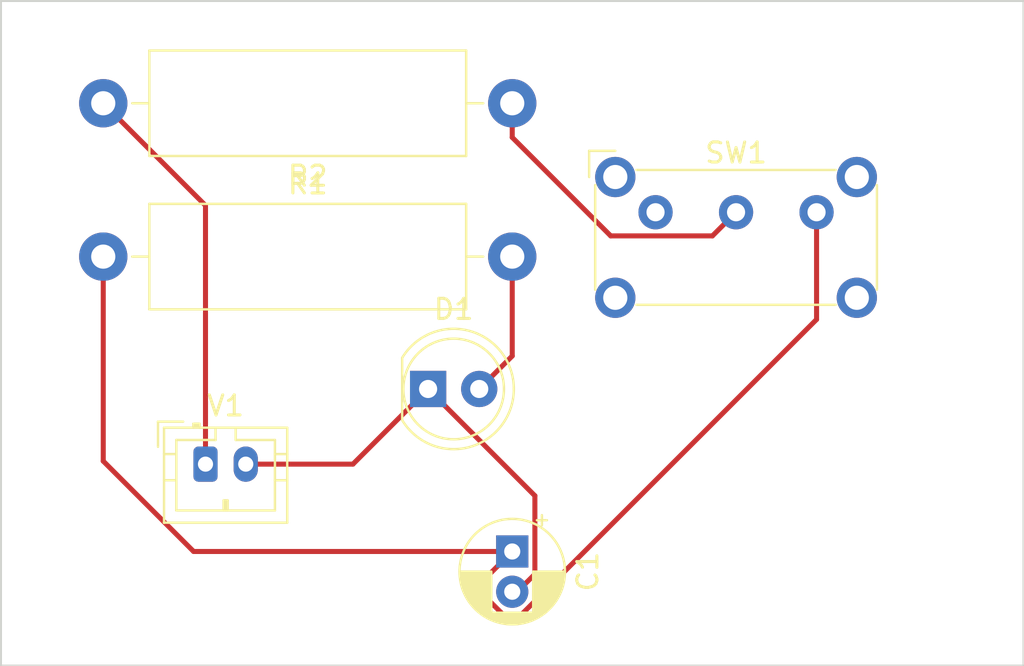
<source format=kicad_pcb>
(kicad_pcb (version 20211014) (generator pcbnew)
  (layers (0 "F.Cu" signal) (31 "B.Cu" signal) (34 "B.Paste" user) (35 "F.Paste" user) (36 "B.SilkS" user "B.Silkscreen") (37 "F.SilkS" user "F.Silkscreen") (38 "B.Mask" user) (39 "F.Mask" user) (44 "Edge.Cuts" user))
  (net 0 "")
  (net 1 "Net-(C1-Pad1)")
  (net 2 "Net-(C1-Pad2)")
  (net 3 "Net-(D1-Pad2)")
  (net 4 "Net-(R2-Pad1)")
  (net 5 "Net-(R2-Pad2)")
  (footprint "Capacitor_THT:CP_Radial_D5.0mm_P2.00mm" (layer "F.Cu") (at 149.86 111.17 -90)
    (fp_text reference "C1" (at 1 -3.75 90) (layer "F.SilkS"))
    (fp_text value "4.7uF")
    (fp_line (start 2.201 -2.29) (end 2.201 -1.04) (layer "F.SilkS") (width 0.12))
    (fp_line (start 3.521 -0.677) (end 3.521 0.677) (layer "F.SilkS") (width 0.12))
    (fp_line (start 2.281 1.04) (end 2.281 2.247) (layer "F.SilkS") (width 0.12))
    (fp_line (start 1.721 1.04) (end 1.721 2.48) (layer "F.SilkS") (width 0.12))
    (fp_line (start 1.56 1.04) (end 1.56 2.52) (layer "F.SilkS") (width 0.12))
    (fp_line (start 2.881 -1.785) (end 2.881 -1.04) (layer "F.SilkS") (width 0.12))
    (fp_line (start 2.721 1.04) (end 2.721 1.937) (layer "F.SilkS") (width 0.12))
    (fp_line (start 1.761 1.04) (end 1.761 2.468) (layer "F.SilkS") (width 0.12))
    (fp_line (start 1.841 1.04) (end 1.841 2.442) (layer "F.SilkS") (width 0.12))
    (fp_line (start 2.081 -2.348) (end 2.081 -1.04) (layer "F.SilkS") (width 0.12))
    (fp_line (start -1.554775 -1.725) (end -1.554775 -1.225) (layer "F.SilkS") (width 0.12))
    (fp_line (start 1.16 1.04) (end 1.16 2.576) (layer "F.SilkS") (width 0.12))
    (fp_line (start 2.161 1.04) (end 2.161 2.31) (layer "F.SilkS") (width 0.12))
    (fp_line (start 1.36 -2.556) (end 1.36 -1.04) (layer "F.SilkS") (width 0.12))
    (fp_line (start 2.561 -2.065) (end 2.561 -1.04) (layer "F.SilkS") (width 0.12))
    (fp_line (start 1.921 -2.414) (end 1.921 -1.04) (layer "F.SilkS") (width 0.12))
    (fp_line (start 1.16 -2.576) (end 1.16 -1.04) (layer "F.SilkS") (width 0.12))
    (fp_line (start 3.201 -1.383) (end 3.201 1.383) (layer "F.SilkS") (width 0.12))
    (fp_line (start 3.481 -0.805) (end 3.481 0.805) (layer "F.SilkS") (width 0.12))
    (fp_line (start 2.121 1.04) (end 2.121 2.329) (layer "F.SilkS") (width 0.12))
    (fp_line (start 2.721 -1.937) (end 2.721 -1.04) (layer "F.SilkS") (width 0.12))
    (fp_line (start 2.001 -2.382) (end 2.001 -1.04) (layer "F.SilkS") (width 0.12))
    (fp_line (start 1.68 1.04) (end 1.68 2.491) (layer "F.SilkS") (width 0.12))
    (fp_line (start 1.04 -2.58) (end 1.04 -1.04) (layer "F.SilkS") (width 0.12))
    (fp_line (start 1.961 1.04) (end 1.961 2.398) (layer "F.SilkS") (width 0.12))
    (fp_line (start 2.521 -2.095) (end 2.521 -1.04) (layer "F.SilkS") (width 0.12))
    (fp_line (start 2.521 1.04) (end 2.521 2.095) (layer "F.SilkS") (width 0.12))
    (fp_line (start 3.321 -1.178) (end 3.321 1.178) (layer "F.SilkS") (width 0.12))
    (fp_line (start 1.44 1.04) (end 1.44 2.543) (layer "F.SilkS") (width 0.12))
    (fp_line (start 3.041 -1.605) (end 3.041 1.605) (layer "F.SilkS") (width 0.12))
    (fp_line (start 3.601 -0.284) (end 3.601 0.284) (layer "F.SilkS") (width 0.12))
    (fp_line (start 1.761 -2.468) (end 1.761 -1.04) (layer "F.SilkS") (width 0.12))
    (fp_line (start 1.32 -2.561) (end 1.32 -1.04) (layer "F.SilkS") (width 0.12))
    (fp_line (start 2.041 -2.365) (end 2.041 -1.04) (layer "F.SilkS") (width 0.12))
    (fp_line (start 2.361 1.04) (end 2.361 2.2) (layer "F.SilkS") (width 0.12))
    (fp_line (start 1.36 1.04) (end 1.36 2.556) (layer "F.SilkS") (width 0.12))
    (fp_line (start 1.841 -2.442) (end 1.841 -1.04) (layer "F.SilkS") (width 0.12))
    (fp_line (start 1.56 -2.52) (end 1.56 -1.04) (layer "F.SilkS") (width 0.12))
    (fp_line (start 3.081 -1.554) (end 3.081 1.554) (layer "F.SilkS") (width 0.12))
    (fp_line (start 3.121 -1.5) (end 3.121 1.5) (layer "F.SilkS") (width 0.12))
    (fp_line (start 2.161 -2.31) (end 2.161 -1.04) (layer "F.SilkS") (width 0.12))
    (fp_line (start 3.001 1.04) (end 3.001 1.653) (layer "F.SilkS") (width 0.12))
    (fp_line (start 3.161 -1.443) (end 3.161 1.443) (layer "F.SilkS") (width 0.12))
    (fp_line (start 2.081 1.04) (end 2.081 2.348) (layer "F.SilkS") (width 0.12))
    (fp_line (start 2.641 -2.004) (end 2.641 -1.04) (layer "F.SilkS") (width 0.12))
    (fp_line (start 1.48 1.04) (end 1.48 2.536) (layer "F.SilkS") (width 0.12))
    (fp_line (start 2.841 -1.826) (end 2.841 -1.04) (layer "F.SilkS") (width 0.12))
    (fp_line (start 3.241 -1.319) (end 3.241 1.319) (layer "F.SilkS") (width 0.12))
    (fp_line (start 1.08 -2.579) (end 1.08 -1.04) (layer "F.SilkS") (width 0.12))
    (fp_line (start 2.121 -2.329) (end 2.121 -1.04) (layer "F.SilkS") (width 0.12))
    (fp_line (start 1.68 -2.491) (end 1.68 -1.04) (layer "F.SilkS") (width 0.12))
    (fp_line (start 2.401 1.04) (end 2.401 2.175) (layer "F.SilkS") (width 0.12))
    (fp_line (start 1.6 -2.511) (end 1.6 -1.04) (layer "F.SilkS") (width 0.12))
    (fp_line (start 1.28 1.04) (end 1.28 2.565) (layer "F.SilkS") (width 0.12))
    (fp_line (start 1.64 -2.501) (end 1.64 -1.04) (layer "F.SilkS") (width 0.12))
    (fp_line (start 3.001 -1.653) (end 3.001 -1.04) (layer "F.SilkS") (width 0.12))
    (fp_line (start 3.401 -1.011) (end 3.401 1.011) (layer "F.SilkS") (width 0.12))
    (fp_line (start 1.801 1.04) (end 1.801 2.455) (layer "F.SilkS") (width 0.12))
    (fp_line (start 1.12 1.04) (end 1.12 2.578) (layer "F.SilkS") (width 0.12))
    (fp_line (start 2.041 1.04) (end 2.041 2.365) (layer "F.SilkS") (width 0.12))
    (fp_line (start 1.28 -2.565) (end 1.28 -1.04) (layer "F.SilkS") (width 0.12))
    (fp_line (start 1.6 1.04) (end 1.6 2.511) (layer "F.SilkS") (width 0.12))
    (fp_line (start 2.481 -2.122) (end 2.481 -1.04) (layer "F.SilkS") (width 0.12))
    (fp_line (start 1.961 -2.398) (end 1.961 -1.04) (layer "F.SilkS") (width 0.12))
    (fp_line (start 2.641 1.04) (end 2.641 2.004) (layer "F.SilkS") (width 0.12))
    (fp_line (start 2.881 1.04) (end 2.881 1.785) (layer "F.SilkS") (width 0.12))
    (fp_line (start 1.4 1.04) (end 1.4 2.55) (layer "F.SilkS") (width 0.12))
    (fp_line (start 1.48 -2.536) (end 1.48 -1.04) (layer "F.SilkS") (width 0.12))
    (fp_line (start 1.24 1.04) (end 1.24 2.569) (layer "F.SilkS") (width 0.12))
    (fp_line (start 2.441 -2.149) (end 2.441 -1.04) (layer "F.SilkS") (width 0.12))
    (fp_line (start 1.881 1.04) (end 1.881 2.428) (layer "F.SilkS") (width 0.12))
    (fp_line (start 1.04 1.04) (end 1.04 2.58) (layer "F.SilkS") (width 0.12))
    (fp_line (start 2.921 1.04) (end 2.921 1.743) (layer "F.SilkS") (width 0.12))
    (fp_line (start 2.961 1.04) (end 2.961 1.699) (layer "F.SilkS") (width 0.12))
    (fp_line (start -1.804775 -1.475) (end -1.304775 -1.475) (layer "F.SilkS") (width 0.12))
    (fp_line (start 2.961 -1.699) (end 2.961 -1.04) (layer "F.SilkS") (width 0.12))
    (fp_line (start 1 1.04) (end 1 2.58) (layer "F.SilkS") (width 0.12))
    (fp_line (start 1.721 -2.48) (end 1.721 -1.04) (layer "F.SilkS") (width 0.12))
    (fp_line (start 1.2 -2.573) (end 1.2 -1.04) (layer "F.SilkS") (width 0.12))
    (fp_line (start 3.361 -1.098) (end 3.361 1.098) (layer "F.SilkS") (width 0.12))
    (fp_line (start 2.761 -1.901) (end 2.761 -1.04) (layer "F.SilkS") (width 0.12))
    (fp_line (start 2.481 1.04) (end 2.481 2.122) (layer "F.SilkS") (width 0.12))
    (fp_line (start 1.12 -2.578) (end 1.12 -1.04) (layer "F.SilkS") (width 0.12))
    (fp_line (start 1.921 1.04) (end 1.921 2.414) (layer "F.SilkS") (width 0.12))
    (fp_line (start 1.801 -2.455) (end 1.801 -1.04) (layer "F.SilkS") (width 0.12))
    (fp_line (start 2.921 -1.743) (end 2.921 -1.04) (layer "F.SilkS") (width 0.12))
    (fp_line (start 3.281 -1.251) (end 3.281 1.251) (layer "F.SilkS") (width 0.12))
    (fp_line (start 2.801 -1.864) (end 2.801 -1.04) (layer "F.SilkS") (width 0.12))
    (fp_line (start 1.64 1.04) (end 1.64 2.501) (layer "F.SilkS") (width 0.12))
    (fp_line (start 3.441 -0.915) (end 3.441 0.915) (layer "F.SilkS") (width 0.12))
    (fp_line (start 2.001 1.04) (end 2.001 2.382) (layer "F.SilkS") (width 0.12))
    (fp_line (start 1.08 1.04) (end 1.08 2.579) (layer "F.SilkS") (width 0.12))
    (fp_line (start 2.681 1.04) (end 2.681 1.971) (layer "F.SilkS") (width 0.12))
    (fp_line (start 2.281 -2.247) (end 2.281 -1.04) (layer "F.SilkS") (width 0.12))
    (fp_line (start 2.241 -2.268) (end 2.241 -1.04) (layer "F.SilkS") (width 0.12))
    (fp_line (start 1.24 -2.569) (end 1.24 -1.04) (layer "F.SilkS") (width 0.12))
    (fp_line (start 2.401 -2.175) (end 2.401 -1.04) (layer "F.SilkS") (width 0.12))
    (fp_line (start 2.841 1.04) (end 2.841 1.826) (layer "F.SilkS") (width 0.12))
    (fp_line (start 2.601 1.04) (end 2.601 2.035) (layer "F.SilkS") (width 0.12))
    (fp_line (start 2.201 1.04) (end 2.201 2.29) (layer "F.SilkS") (width 0.12))
    (fp_line (start 1.4 -2.55) (end 1.4 -1.04) (layer "F.SilkS") (width 0.12))
    (fp_line (start 2.761 1.04) (end 2.761 1.901) (layer "F.SilkS") (width 0.12))
    (fp_line (start 3.561 -0.518) (end 3.561 0.518) (layer "F.SilkS") (width 0.12))
    (fp_line (start 1.32 1.04) (end 1.32 2.561) (layer "F.SilkS") (width 0.12))
    (fp_line (start 2.601 -2.035) (end 2.601 -1.04) (layer "F.SilkS") (width 0.12))
    (fp_line (start 1.52 1.04) (end 1.52 2.528) (layer "F.SilkS") (width 0.12))
    (fp_line (start 2.801 1.04) (end 2.801 1.864) (layer "F.SilkS") (width 0.12))
    (fp_line (start 2.561 1.04) (end 2.561 2.065) (layer "F.SilkS") (width 0.12))
    (fp_line (start 2.681 -1.971) (end 2.681 -1.04) (layer "F.SilkS") (width 0.12))
    (fp_line (start 2.321 1.04) (end 2.321 2.224) (layer "F.SilkS") (width 0.12))
    (fp_line (start 1.2 1.04) (end 1.2 2.573) (layer "F.SilkS") (width 0.12))
    (fp_line (start 1 -2.58) (end 1 -1.04) (layer "F.SilkS") (width 0.12))
    (fp_line (start 1.881 -2.428) (end 1.881 -1.04) (layer "F.SilkS") (width 0.12))
    (fp_line (start 2.441 1.04) (end 2.441 2.149) (layer "F.SilkS") (width 0.12))
    (fp_line (start 1.44 -2.543) (end 1.44 -1.04) (layer "F.SilkS") (width 0.12))
    (fp_line (start 1.52 -2.528) (end 1.52 -1.04) (layer "F.SilkS") (width 0.12))
    (fp_line (start 2.361 -2.2) (end 2.361 -1.04) (layer "F.SilkS") (width 0.12))
    (fp_line (start 2.321 -2.224) (end 2.321 -1.04) (layer "F.SilkS") (width 0.12))
    (fp_line (start 2.241 1.04) (end 2.241 2.268) (layer "F.SilkS") (width 0.12))
    (fp_circle (center 1 0) (end 3.62 0) (layer "F.SilkS") (width 0.12) (fill none))
    (pad "1" thru_hole rect (at 0 0 270) (size 1.6 1.6) (drill 0.8) (layers *.Cu *.Mask) (net 1 "Net-(C1-Pad1)"))
    (pad "2" thru_hole circle (at 2 0 270) (size 1.6 1.6) (drill 0.8) (layers *.Cu *.Mask) (net 2 "Net-(C1-Pad2)"))
  )
  (footprint "Button_Switch_THT:SW_E-Switch_EG1224_SPDT_Angled" (layer "F.Cu") (at 156.98 94.315)
    (fp_text reference "SW1" (at 4 -2.95) (layer "F.SilkS"))
    (fp_text value "SW_SPDT")
    (fp_line (start -0.95 -2.1) (end 8.95 -2.1) (layer "F.SilkS") (width 0.12))
    (fp_line (start 8.95 4.6) (end -0.95 4.6) (layer "F.SilkS") (width 0.12))
    (fp_line (start -3.3 -3.05) (end -2 -3.05) (layer "F.SilkS") (width 0.12))
    (fp_line (start -3.3 -1.75) (end -3.3 -3.05) (layer "F.SilkS") (width 0.12))
    (fp_line (start 11 -1.35) (end 11 3.85) (layer "F.SilkS") (width 0.12))
    (fp_line (start -3 3.85) (end -3 -1.35) (layer "F.SilkS") (width 0.12))
    (pad "" thru_hole circle (at -2 4.25) (size 2 2) (drill 1.2) (layers *.Cu *.Mask))
    (pad "" thru_hole circle (at -2 -1.75) (size 2 2) (drill 1.2) (layers *.Cu *.Mask))
    (pad "" thru_hole circle (at 10 4.25) (size 2 2) (drill 1.2) (layers *.Cu *.Mask))
    (pad "" thru_hole circle (at 10 -1.75) (size 2 2) (drill 1.2) (layers *.Cu *.Mask))
    (pad "1" thru_hole circle (at 0 0) (size 1.7 1.7) (drill 0.9) (layers *.Cu *.Mask))
    (pad "2" thru_hole circle (at 4 0) (size 1.7 1.7) (drill 0.9) (layers *.Cu *.Mask) (net 4 "Net-(R2-Pad1)"))
    (pad "3" thru_hole circle (at 8 0) (size 1.7 1.7) (drill 0.9) (layers *.Cu *.Mask) (net 1 "Net-(C1-Pad1)"))
  )
  (footprint "LED_THT:LED_D5.0mm" (layer "F.Cu") (at 145.679984 103.095726)
    (fp_text reference "D1" (at 1.27 -3.96) (layer "F.SilkS"))
    (fp_text value "LED")
    (fp_line (start -1.29 -1.545) (end -1.29 1.545) (layer "F.SilkS") (width 0.12))
    (fp_arc (start 4.26 -0.000462) (mid 2.072002 2.880433) (end -1.29 1.54483) (layer "F.SilkS") (width 0.12))
    (fp_arc (start -1.29 -1.54483) (mid 2.072002 -2.880433) (end 4.26 0.000462) (layer "F.SilkS") (width 0.12))
    (fp_circle (center 1.27 0) (end 3.77 0) (layer "F.SilkS") (width 0.12) (fill none))
    (pad "1" thru_hole rect (at 0 0) (size 1.8 1.8) (drill 0.9) (layers *.Cu *.Mask) (net 2 "Net-(C1-Pad2)"))
    (pad "2" thru_hole circle (at 2.54 0) (size 1.8 1.8) (drill 0.9) (layers *.Cu *.Mask) (net 3 "Net-(D1-Pad2)"))
  )
  (footprint "Resistor_THT:R_Axial_DIN0516_L15.5mm_D5.0mm_P20.32mm_Horizontal" (layer "F.Cu") (at 149.86 88.9 180)
    (fp_text reference "R2" (at 10.16 -3.62) (layer "F.SilkS"))
    (fp_text value "2.2kR")
    (fp_line (start 1.44 0) (end 2.29 0) (layer "F.SilkS") (width 0.12))
    (fp_line (start 2.29 -2.62) (end 2.29 2.62) (layer "F.SilkS") (width 0.12))
    (fp_line (start 18.03 2.62) (end 18.03 -2.62) (layer "F.SilkS") (width 0.12))
    (fp_line (start 18.88 0) (end 18.03 0) (layer "F.SilkS") (width 0.12))
    (fp_line (start 18.03 -2.62) (end 2.29 -2.62) (layer "F.SilkS") (width 0.12))
    (fp_line (start 2.29 2.62) (end 18.03 2.62) (layer "F.SilkS") (width 0.12))
    (pad "1" thru_hole circle (at 0 0 180) (size 2.4 2.4) (drill 1.2) (layers *.Cu *.Mask) (net 4 "Net-(R2-Pad1)"))
    (pad "2" thru_hole oval (at 20.32 0 180) (size 2.4 2.4) (drill 1.2) (layers *.Cu *.Mask) (net 5 "Net-(R2-Pad2)"))
  )
  (footprint "Connector_JST:JST_PH_B2B-PH-K_1x02_P2.00mm_Vertical" (layer "F.Cu") (at 134.62 106.83)
    (fp_text reference "V1" (at 1 -2.9) (layer "F.SilkS"))
    (fp_text value "9V")
    (fp_line (start 4.06 2.91) (end 4.06 -1.81) (layer "F.SilkS") (width 0.12))
    (fp_line (start -0.3 -2.01) (end -0.6 -2.01) (layer "F.SilkS") (width 0.12))
    (fp_line (start 4.06 -0.5) (end 3.45 -0.5) (layer "F.SilkS") (width 0.12))
    (fp_line (start 3.45 2.3) (end 3.45 -1.2) (layer "F.SilkS") (width 0.12))
    (fp_line (start 1 2.3) (end 1 1.8) (layer "F.SilkS") (width 0.12))
    (fp_line (start 0.9 1.8) (end 1.1 1.8) (layer "F.SilkS") (width 0.12))
    (fp_line (start 0.5 -1.81) (end 0.5 -1.2) (layer "F.SilkS") (width 0.12))
    (fp_line (start -2.06 -0.5) (end -1.45 -0.5) (layer "F.SilkS") (width 0.12))
    (fp_line (start 4.06 0.8) (end 3.45 0.8) (layer "F.SilkS") (width 0.12))
    (fp_line (start -1.45 2.3) (end 3.45 2.3) (layer "F.SilkS") (width 0.12))
    (fp_line (start -2.06 2.91) (end 4.06 2.91) (layer "F.SilkS") (width 0.12))
    (fp_line (start 3.45 -1.2) (end 1.5 -1.2) (layer "F.SilkS") (width 0.12))
    (fp_line (start -1.11 -2.11) (end -2.36 -2.11) (layer "F.SilkS") (width 0.12))
    (fp_line (start -1.45 -1.2) (end -1.45 2.3) (layer "F.SilkS") (width 0.12))
    (fp_line (start -0.6 -2.01) (end -0.6 -1.81) (layer "F.SilkS") (width 0.12))
    (fp_line (start 0.9 2.3) (end 0.9 1.8) (layer "F.SilkS") (width 0.12))
    (fp_line (start -2.36 -2.11) (end -2.36 -0.86) (layer "F.SilkS") (width 0.12))
    (fp_line (start -2.06 0.8) (end -1.45 0.8) (layer "F.SilkS") (width 0.12))
    (fp_line (start -0.3 -1.81) (end -0.3 -2.01) (layer "F.SilkS") (width 0.12))
    (fp_line (start 4.06 -1.81) (end -2.06 -1.81) (layer "F.SilkS") (width 0.12))
    (fp_line (start 1.1 1.8) (end 1.1 2.3) (layer "F.SilkS") (width 0.12))
    (fp_line (start 1.5 -1.2) (end 1.5 -1.81) (layer "F.SilkS") (width 0.12))
    (fp_line (start 0.5 -1.2) (end -1.45 -1.2) (layer "F.SilkS") (width 0.12))
    (fp_line (start -0.3 -1.91) (end -0.6 -1.91) (layer "F.SilkS") (width 0.12))
    (fp_line (start -2.06 -1.81) (end -2.06 2.91) (layer "F.SilkS") (width 0.12))
    (pad "1" thru_hole roundrect (at 0 0) (size 1.2 1.75) (drill 0.75) (layers *.Cu *.Mask) (roundrect_rratio 0.208333) (net 5 "Net-(R2-Pad2)"))
    (pad "2" thru_hole oval (at 2 0) (size 1.2 1.75) (drill 0.75) (layers *.Cu *.Mask) (net 2 "Net-(C1-Pad2)"))
  )
  (footprint "Resistor_THT:R_Axial_DIN0516_L15.5mm_D5.0mm_P20.32mm_Horizontal" (layer "F.Cu") (at 129.54 96.52)
    (fp_text reference "R1" (at 10.16 -3.62) (layer "F.SilkS"))
    (fp_text value "20kR")
    (fp_line (start 1.44 0) (end 2.29 0) (layer "F.SilkS") (width 0.12))
    (fp_line (start 18.03 2.62) (end 18.03 -2.62) (layer "F.SilkS") (width 0.12))
    (fp_line (start 2.29 2.62) (end 18.03 2.62) (layer "F.SilkS") (width 0.12))
    (fp_line (start 18.03 -2.62) (end 2.29 -2.62) (layer "F.SilkS") (width 0.12))
    (fp_line (start 18.88 0) (end 18.03 0) (layer "F.SilkS") (width 0.12))
    (fp_line (start 2.29 -2.62) (end 2.29 2.62) (layer "F.SilkS") (width 0.12))
    (pad "1" thru_hole circle (at 0 0) (size 2.4 2.4) (drill 1.2) (layers *.Cu *.Mask) (net 1 "Net-(C1-Pad1)"))
    (pad "2" thru_hole oval (at 20.32 0) (size 2.4 2.4) (drill 1.2) (layers *.Cu *.Mask) (net 3 "Net-(D1-Pad2)"))
  )
  (gr_line (start 124.46 116.84) (end 175.26 116.84) (layer "Edge.Cuts") (width 0.1))
  (gr_line (start 175.26 83.82) (end 124.46 83.82) (layer "Edge.Cuts") (width 0.1))
  (gr_line (start 124.46 83.82) (end 124.46 116.84) (layer "Edge.Cuts") (width 0.1))
  (gr_line (start 175.26 116.84) (end 175.26 83.82) (layer "Edge.Cuts") (width 0.1))
  (segment (start 148.735 112.295) (end 148.735 113.635991) (width 0.25) (layer "F.Cu") (net 1))
  (segment (start 148.735 113.635991) (end 149.394009 114.295) (width 0.25) (layer "F.Cu") (net 1))
  (segment (start 134.03 111.17) (end 129.54 106.68) (width 0.25) (layer "F.Cu") (net 1))
  (segment (start 150.325991 114.295) (end 164.98 99.640991) (width 0.25) (layer "F.Cu") (net 1))
  (segment (start 129.54 106.68) (end 129.54 96.52) (width 0.25) (layer "F.Cu") (net 1))
  (segment (start 149.86 111.17) (end 134.03 111.17) (width 0.25) (layer "F.Cu") (net 1))
  (segment (start 164.98 99.640991) (end 164.98 94.315) (width 0.25) (layer "F.Cu") (net 1))
  (segment (start 149.86 111.17) (end 148.735 112.295) (width 0.25) (layer "F.Cu") (net 1))
  (segment (start 149.394009 114.295) (end 150.325991 114.295) (width 0.25) (layer "F.Cu") (net 1))
  (segment (start 150.985 108.400742) (end 145.679984 103.095726) (width 0.25) (layer "F.Cu") (net 2))
  (segment (start 149.86 113.17) (end 150.11 113.17) (width 0.25) (layer "F.Cu") (net 2))
  (segment (start 150.11 113.17) (end 150.985 112.295) (width 0.25) (layer "F.Cu") (net 2))
  (segment (start 150.985 112.295) (end 150.985 108.400742) (width 0.25) (layer "F.Cu") (net 2))
  (segment (start 141.94571 106.83) (end 145.679984 103.095726) (width 0.25) (layer "F.Cu") (net 2))
  (segment (start 136.62 106.83) (end 141.94571 106.83) (width 0.25) (layer "F.Cu") (net 2))
  (segment (start 149.86 96.52) (end 149.86 101.45571) (width 0.25) (layer "F.Cu") (net 3))
  (segment (start 149.86 101.45571) (end 148.219984 103.095726) (width 0.25) (layer "F.Cu") (net 3))
  (segment (start 149.86 90.597056) (end 149.86 88.9) (width 0.25) (layer "F.Cu") (net 4))
  (segment (start 154.752944 95.49) (end 149.86 90.597056) (width 0.25) (layer "F.Cu") (net 4))
  (segment (start 159.805 95.49) (end 154.752944 95.49) (width 0.25) (layer "F.Cu") (net 4))
  (segment (start 160.98 94.315) (end 159.805 95.49) (width 0.25) (layer "F.Cu") (net 4))
  (segment (start 134.62 93.98) (end 129.54 88.9) (width 0.25) (layer "F.Cu") (net 5))
  (segment (start 134.62 106.83) (end 134.62 93.98) (width 0.25) (layer "F.Cu") (net 5))
)
</source>
